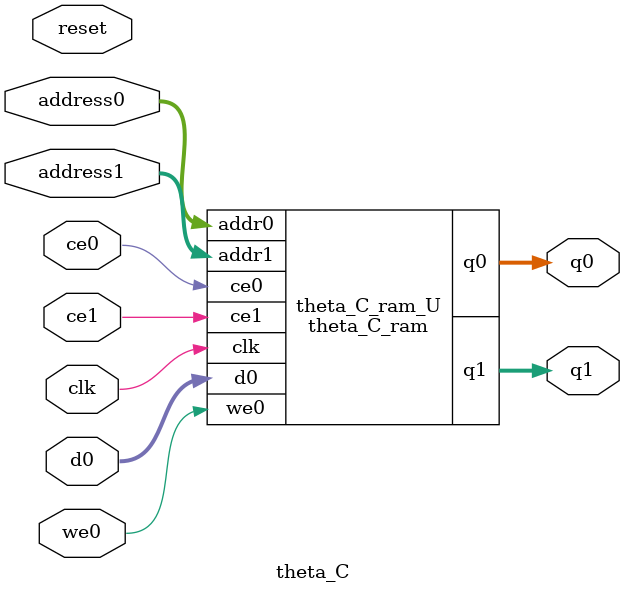
<source format=v>
`timescale 1 ns / 1 ps
module theta_C_ram (addr0, ce0, d0, we0, q0, addr1, ce1, q1,  clk);

parameter DWIDTH = 64;
parameter AWIDTH = 3;
parameter MEM_SIZE = 5;

input[AWIDTH-1:0] addr0;
input ce0;
input[DWIDTH-1:0] d0;
input we0;
output reg[DWIDTH-1:0] q0;
input[AWIDTH-1:0] addr1;
input ce1;
output reg[DWIDTH-1:0] q1;
input clk;

(* ram_style = "distributed" *)reg [DWIDTH-1:0] ram[0:MEM_SIZE-1];




always @(posedge clk)  
begin 
    if (ce0) begin
        if (we0) 
            ram[addr0] <= d0; 
        q0 <= ram[addr0];
    end
end


always @(posedge clk)  
begin 
    if (ce1) begin
        q1 <= ram[addr1];
    end
end


endmodule

`timescale 1 ns / 1 ps
module theta_C(
    reset,
    clk,
    address0,
    ce0,
    we0,
    d0,
    q0,
    address1,
    ce1,
    q1);

parameter DataWidth = 32'd64;
parameter AddressRange = 32'd5;
parameter AddressWidth = 32'd3;
input reset;
input clk;
input[AddressWidth - 1:0] address0;
input ce0;
input we0;
input[DataWidth - 1:0] d0;
output[DataWidth - 1:0] q0;
input[AddressWidth - 1:0] address1;
input ce1;
output[DataWidth - 1:0] q1;



theta_C_ram theta_C_ram_U(
    .clk( clk ),
    .addr0( address0 ),
    .ce0( ce0 ),
    .we0( we0 ),
    .d0( d0 ),
    .q0( q0 ),
    .addr1( address1 ),
    .ce1( ce1 ),
    .q1( q1 ));

endmodule


</source>
